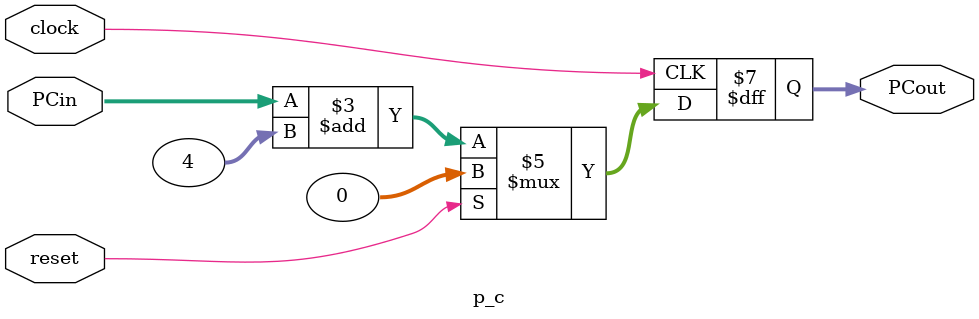
<source format=sv>
module p_c(clock, reset, PCin, PCout);

	input clock, reset;
	input [31:0] PCin;
	
	output reg [31:0] PCout;
	
	always @(posedge clock) begin
		if (reset == 1) 
			PCout <= 0;
		else 
			PCout <= PCin + 4; 
	end
endmodule
</source>
